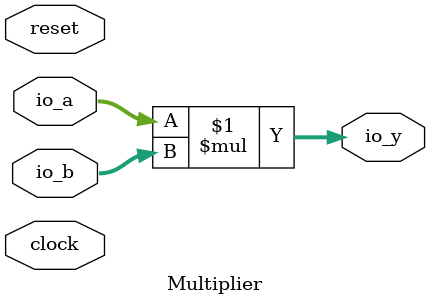
<source format=v>
module Multiplier( // @[:@3.2]
  input         clock, // @[:@4.4]
  input         reset, // @[:@5.4]
  input  [7:0]  io_a, // @[:@6.4]
  input  [7:0]  io_b, // @[:@6.4]
  output [15:0] io_y // @[:@6.4]
);
  assign io_y = io_a * io_b; // @[Multiplier.scala 12:8:@9.4]
endmodule

</source>
